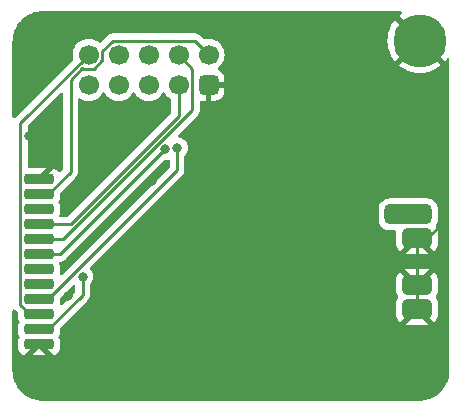
<source format=gbr>
%TF.GenerationSoftware,KiCad,Pcbnew,7.0.1-0*%
%TF.CreationDate,2023-08-23T15:05:40+02:00*%
%TF.ProjectId,ESP32SomfyPOE_bottom,45535033-3253-46f6-9d66-79504f455f62,rev?*%
%TF.SameCoordinates,Original*%
%TF.FileFunction,Copper,L2,Bot*%
%TF.FilePolarity,Positive*%
%FSLAX46Y46*%
G04 Gerber Fmt 4.6, Leading zero omitted, Abs format (unit mm)*
G04 Created by KiCad (PCBNEW 7.0.1-0) date 2023-08-23 15:05:40*
%MOMM*%
%LPD*%
G01*
G04 APERTURE LIST*
G04 Aperture macros list*
%AMRoundRect*
0 Rectangle with rounded corners*
0 $1 Rounding radius*
0 $2 $3 $4 $5 $6 $7 $8 $9 X,Y pos of 4 corners*
0 Add a 4 corners polygon primitive as box body*
4,1,4,$2,$3,$4,$5,$6,$7,$8,$9,$2,$3,0*
0 Add four circle primitives for the rounded corners*
1,1,$1+$1,$2,$3*
1,1,$1+$1,$4,$5*
1,1,$1+$1,$6,$7*
1,1,$1+$1,$8,$9*
0 Add four rect primitives between the rounded corners*
20,1,$1+$1,$2,$3,$4,$5,0*
20,1,$1+$1,$4,$5,$6,$7,0*
20,1,$1+$1,$6,$7,$8,$9,0*
20,1,$1+$1,$8,$9,$2,$3,0*%
G04 Aperture macros list end*
%TA.AperFunction,ComponentPad*%
%ADD10C,4.500000*%
%TD*%
%TA.AperFunction,SMDPad,CuDef*%
%ADD11RoundRect,0.225000X1.025000X-0.225000X1.025000X0.225000X-1.025000X0.225000X-1.025000X-0.225000X0*%
%TD*%
%TA.AperFunction,SMDPad,CuDef*%
%ADD12RoundRect,0.425000X1.575000X-0.425000X1.575000X0.425000X-1.575000X0.425000X-1.575000X-0.425000X0*%
%TD*%
%TA.AperFunction,SMDPad,CuDef*%
%ADD13RoundRect,0.425000X0.825000X-0.425000X0.825000X0.425000X-0.825000X0.425000X-0.825000X-0.425000X0*%
%TD*%
%TA.AperFunction,ComponentPad*%
%ADD14C,1.700000*%
%TD*%
%TA.AperFunction,ComponentPad*%
%ADD15RoundRect,0.425000X-0.425000X0.425000X-0.425000X-0.425000X0.425000X-0.425000X0.425000X0.425000X0*%
%TD*%
%TA.AperFunction,ViaPad*%
%ADD16C,0.800000*%
%TD*%
%TA.AperFunction,Conductor*%
%ADD17C,0.250000*%
%TD*%
G04 APERTURE END LIST*
D10*
%TO.P,H1,1,1*%
%TO.N,GND*%
X119500000Y-65850000D03*
%TD*%
D11*
%TO.P,E07-433M20S,1,GND*%
%TO.N,GND*%
X87249000Y-91567000D03*
%TO.P,E07-433M20S,2,MOSI*%
%TO.N,GPIO15*%
X87249000Y-90297000D03*
%TO.P,E07-433M20S,3,SCK*%
%TO.N,GPIO14*%
X87249000Y-89027000D03*
%TO.P,E07-433M20S,4,MISO*%
%TO.N,GPIO16*%
X87249000Y-87757000D03*
%TO.P,E07-433M20S,5,GDO2*%
%TO.N,unconnected-(U1-GDO2-Pad5)*%
X87249000Y-86487000D03*
%TO.P,E07-433M20S,6,GDO0*%
%TO.N,unconnected-(U1-GDO0-Pad6)*%
X87249000Y-85217000D03*
%TO.P,E07-433M20S,7,CSN*%
%TO.N,GPIO13*%
X87249000Y-83947000D03*
%TO.P,E07-433M20S,8,TX_EN*%
%TO.N,GPIO4*%
X87249000Y-82677000D03*
%TO.P,E07-433M20S,9,RX_EN*%
%TO.N,GPI36*%
X87249000Y-81407000D03*
%TO.P,E07-433M20S,10,NC*%
%TO.N,unconnected-(U1-NC-Pad10)*%
X87249000Y-80137000D03*
%TO.P,E07-433M20S,11,VCC*%
%TO.N,+3V3*%
X87249000Y-78867000D03*
%TO.P,E07-433M20S,12,GND*%
%TO.N,GND*%
X87249000Y-77597000D03*
D12*
%TO.P,E07-433M20S,13,ANT*%
%TO.N,unconnected-(U1-ANT-Pad13)*%
X118499000Y-80577000D03*
D13*
%TO.P,E07-433M20S,14,GND*%
%TO.N,GND*%
X119249000Y-82577000D03*
%TO.P,E07-433M20S,15,GND*%
X119249000Y-86577000D03*
%TO.P,E07-433M20S,16,GND*%
X119249000Y-88577000D03*
%TD*%
D14*
%TO.P,UEXT,1,3V3*%
%TO.N,+3V3*%
X101600000Y-67056000D03*
D15*
%TO.P,UEXT,2,GND*%
%TO.N,GND*%
X101600000Y-69596000D03*
D14*
%TO.P,UEXT,3,TXD*%
%TO.N,GPIO4*%
X99060000Y-67056000D03*
%TO.P,UEXT,4,RXD*%
%TO.N,GPI36*%
X99060000Y-69596000D03*
%TO.P,UEXT,5,SCL*%
%TO.N,GPIO16*%
X96520000Y-67056000D03*
%TO.P,UEXT,6,SDA*%
%TO.N,GPIO13*%
X96520000Y-69596000D03*
%TO.P,UEXT,7,MISO*%
%TO.N,GPIO15*%
X93980000Y-67056000D03*
%TO.P,UEXT,8,MOSI*%
%TO.N,GPIO2*%
X93980000Y-69596000D03*
%TO.P,UEXT,9,SCK*%
%TO.N,GPIO14*%
X91440000Y-67056000D03*
%TO.P,UEXT,10,~{SSEL}*%
%TO.N,GPIO5*%
X91440000Y-69596000D03*
%TD*%
D16*
%TO.N,GND*%
X92583000Y-81788000D03*
X96774000Y-77724000D03*
X117475000Y-71501000D03*
X89662000Y-87503000D03*
X113538000Y-88773000D03*
X92329000Y-74295000D03*
X118745000Y-71501000D03*
X95250000Y-87376000D03*
X112268000Y-88773000D03*
X86398500Y-73914000D03*
X112268000Y-87503000D03*
X118745000Y-72771000D03*
X96520000Y-87376000D03*
X95250000Y-88646000D03*
X113538000Y-87503000D03*
X117475000Y-72771000D03*
X96520000Y-88646000D03*
%TO.N,GPIO15*%
X90934208Y-85854208D03*
%TO.N,GPIO16*%
X98933000Y-74930000D03*
%TO.N,GPIO13*%
X97920604Y-75060604D03*
%TD*%
D17*
%TO.N,GND*%
X120115000Y-82577000D02*
X119249000Y-82577000D01*
X119249000Y-82577000D02*
X119249000Y-86577000D01*
X121750000Y-80942000D02*
X120115000Y-82577000D01*
X115754000Y-69596000D02*
X119500000Y-65850000D01*
X88265000Y-75780500D02*
X86398500Y-73914000D01*
X119500000Y-65850000D02*
X121750000Y-68100000D01*
X88265000Y-76581000D02*
X88265000Y-75780500D01*
X119249000Y-86577000D02*
X119249000Y-88577000D01*
X101600000Y-69596000D02*
X115754000Y-69596000D01*
X87249000Y-77597000D02*
X88265000Y-76581000D01*
X121750000Y-68100000D02*
X121750000Y-80942000D01*
%TO.N,GPIO15*%
X87249000Y-90297000D02*
X88006817Y-90297000D01*
X88006817Y-90297000D02*
X90934208Y-87369609D01*
X90934208Y-87369609D02*
X90934208Y-85854208D01*
%TO.N,GPIO14*%
X87249000Y-89027000D02*
X86491183Y-89027000D01*
X86491183Y-89027000D02*
X85674000Y-88209817D01*
X85674000Y-72822000D02*
X91440000Y-67056000D01*
X85674000Y-88209817D02*
X85674000Y-72822000D01*
%TO.N,GPIO16*%
X98933000Y-76830817D02*
X98933000Y-74930000D01*
X87249000Y-87757000D02*
X88006817Y-87757000D01*
X88006817Y-87757000D02*
X98933000Y-76830817D01*
%TO.N,GPIO13*%
X89034208Y-83947000D02*
X97920604Y-75060604D01*
X87249000Y-83947000D02*
X89034208Y-83947000D01*
%TO.N,GPIO4*%
X100235000Y-71721609D02*
X100235000Y-68231000D01*
X89279609Y-82677000D02*
X100235000Y-71721609D01*
X87249000Y-82677000D02*
X89279609Y-82677000D01*
X100235000Y-68231000D02*
X99060000Y-67056000D01*
%TO.N,GPI36*%
X89913213Y-81407000D02*
X87249000Y-81407000D01*
X99060000Y-69596000D02*
X99060000Y-72260213D01*
X99060000Y-72260213D02*
X89913213Y-81407000D01*
%TO.N,+3V3*%
X92615000Y-67542701D02*
X91926701Y-68231000D01*
X100425000Y-65881000D02*
X93493299Y-65881000D01*
X87249000Y-78867000D02*
X88011000Y-78867000D01*
X92615000Y-66759299D02*
X92615000Y-67542701D01*
X89916000Y-76957817D02*
X88006817Y-78867000D01*
X89916000Y-69216396D02*
X89916000Y-76957817D01*
X88006817Y-78867000D02*
X87249000Y-78867000D01*
X101600000Y-67056000D02*
X100425000Y-65881000D01*
X91926701Y-68231000D02*
X90953299Y-68231000D01*
X90927347Y-68205049D02*
X89916000Y-69216396D01*
X90953299Y-68231000D02*
X90927347Y-68205049D01*
X93493299Y-65881000D02*
X92615000Y-66759299D01*
%TD*%
%TA.AperFunction,Conductor*%
%TO.N,GND*%
G36*
X117930595Y-63369986D02*
G01*
X117975912Y-63414759D01*
X117993019Y-63476123D01*
X117977401Y-63537883D01*
X117939889Y-63576779D01*
X117940871Y-63578032D01*
X117739416Y-63735861D01*
X117739416Y-63735862D01*
X119500000Y-65496447D01*
X121614136Y-67610582D01*
X121614137Y-67610582D01*
X121767343Y-67415030D01*
X121769384Y-67411655D01*
X121771854Y-67409272D01*
X121771967Y-67409129D01*
X121771987Y-67409144D01*
X121815239Y-67367434D01*
X121876999Y-67351815D01*
X121938363Y-67368922D01*
X121983136Y-67414239D01*
X121999500Y-67475806D01*
X121999500Y-93741894D01*
X121996378Y-93757589D01*
X121996378Y-93793399D01*
X121996183Y-93800351D01*
X121982391Y-94045960D01*
X121982278Y-94047743D01*
X121979897Y-94081458D01*
X121978453Y-94093493D01*
X121955617Y-94227902D01*
X121955338Y-94229483D01*
X121928601Y-94375389D01*
X121925786Y-94387366D01*
X121887463Y-94520388D01*
X121886695Y-94522950D01*
X121843853Y-94660438D01*
X121840028Y-94671000D01*
X121786400Y-94800471D01*
X121784915Y-94803910D01*
X121726517Y-94933665D01*
X121721969Y-94942755D01*
X121653765Y-95066160D01*
X121651355Y-95070328D01*
X121578182Y-95191374D01*
X121573194Y-95198980D01*
X121491345Y-95314337D01*
X121487825Y-95319055D01*
X121400845Y-95430076D01*
X121395695Y-95436230D01*
X121301307Y-95541850D01*
X121296528Y-95546904D01*
X121196904Y-95646528D01*
X121191850Y-95651307D01*
X121086230Y-95745695D01*
X121080076Y-95750845D01*
X120969055Y-95837825D01*
X120964337Y-95841345D01*
X120848980Y-95923194D01*
X120841374Y-95928182D01*
X120720328Y-96001355D01*
X120716160Y-96003765D01*
X120592755Y-96071969D01*
X120583665Y-96076517D01*
X120453910Y-96134915D01*
X120450471Y-96136400D01*
X120321000Y-96190028D01*
X120310438Y-96193853D01*
X120172950Y-96236695D01*
X120170388Y-96237463D01*
X120037366Y-96275786D01*
X120025389Y-96278601D01*
X119879483Y-96305338D01*
X119877902Y-96305617D01*
X119745666Y-96328084D01*
X119732382Y-96329610D01*
X119562534Y-96339882D01*
X119562001Y-96339913D01*
X119457268Y-96345794D01*
X119450349Y-96346183D01*
X119443399Y-96346378D01*
X87553482Y-96346378D01*
X87546528Y-96346183D01*
X87434742Y-96339904D01*
X87434210Y-96339873D01*
X87264507Y-96329609D01*
X87251222Y-96328083D01*
X87118953Y-96305609D01*
X87117372Y-96305330D01*
X86971487Y-96278595D01*
X86959511Y-96275780D01*
X86826512Y-96237463D01*
X86823949Y-96236694D01*
X86686438Y-96193843D01*
X86675877Y-96190019D01*
X86546441Y-96136406D01*
X86543001Y-96134920D01*
X86413215Y-96076507D01*
X86404126Y-96071960D01*
X86280731Y-96003762D01*
X86276562Y-96001351D01*
X86155501Y-95928167D01*
X86147895Y-95923179D01*
X86032550Y-95841336D01*
X86027832Y-95837817D01*
X85916815Y-95750839D01*
X85910662Y-95745689D01*
X85805049Y-95651308D01*
X85799995Y-95646529D01*
X85700352Y-95546886D01*
X85695583Y-95541842D01*
X85647604Y-95488153D01*
X85601203Y-95436229D01*
X85596052Y-95430076D01*
X85509051Y-95319026D01*
X85505544Y-95314323D01*
X85423705Y-95198980D01*
X85418734Y-95191401D01*
X85345529Y-95070304D01*
X85343128Y-95066151D01*
X85274933Y-94942761D01*
X85270385Y-94933671D01*
X85270382Y-94933665D01*
X85211955Y-94803844D01*
X85210499Y-94800471D01*
X85156860Y-94670973D01*
X85153053Y-94660460D01*
X85110190Y-94522904D01*
X85109450Y-94520434D01*
X85071106Y-94387337D01*
X85068298Y-94375389D01*
X85041539Y-94229365D01*
X85041316Y-94228101D01*
X85018808Y-94095623D01*
X85017288Y-94082394D01*
X85007174Y-93915359D01*
X85000694Y-93799958D01*
X85000500Y-93793009D01*
X85000500Y-92516998D01*
X86652553Y-92516998D01*
X86652554Y-92516999D01*
X87845445Y-92516999D01*
X87845445Y-92516998D01*
X87249001Y-91920553D01*
X87249000Y-91920553D01*
X86652553Y-92516998D01*
X85000500Y-92516998D01*
X85000500Y-88727959D01*
X85019803Y-88661517D01*
X85071703Y-88615761D01*
X85140041Y-88604937D01*
X85203540Y-88632415D01*
X85248058Y-88669243D01*
X85256699Y-88677106D01*
X85462181Y-88882588D01*
X85489061Y-88922816D01*
X85498500Y-88970269D01*
X85498500Y-89300344D01*
X85508650Y-89399707D01*
X85544319Y-89507350D01*
X85561997Y-89560697D01*
X85578757Y-89587870D01*
X85584330Y-89596905D01*
X85602790Y-89662000D01*
X85584330Y-89727095D01*
X85561997Y-89763303D01*
X85508650Y-89924292D01*
X85498500Y-90023655D01*
X85498500Y-90570344D01*
X85508650Y-90669707D01*
X85561997Y-90830697D01*
X85584623Y-90867380D01*
X85603084Y-90932476D01*
X85584623Y-90997572D01*
X85562453Y-91033515D01*
X85509143Y-91194393D01*
X85499000Y-91293684D01*
X85499000Y-91840314D01*
X85509143Y-91939605D01*
X85562453Y-92100486D01*
X85651426Y-92244732D01*
X85771265Y-92364571D01*
X85915518Y-92453547D01*
X85985657Y-92476788D01*
X85985658Y-92476788D01*
X87161318Y-91301127D01*
X87216905Y-91269033D01*
X87281093Y-91269033D01*
X87336680Y-91301127D01*
X88512341Y-92476788D01*
X88582481Y-92453547D01*
X88726734Y-92364571D01*
X88846573Y-92244732D01*
X88935546Y-92100486D01*
X88988856Y-91939606D01*
X88998999Y-91840315D01*
X88998999Y-91293685D01*
X88988856Y-91194394D01*
X88935546Y-91033516D01*
X88913377Y-90997574D01*
X88894915Y-90932476D01*
X88913376Y-90867380D01*
X88936003Y-90830697D01*
X88989349Y-90669708D01*
X88999500Y-90570345D01*
X88999499Y-90240267D01*
X89008938Y-90192815D01*
X89035815Y-90152590D01*
X89271902Y-89916503D01*
X118263048Y-89916503D01*
X118278498Y-89920643D01*
X118359264Y-89927000D01*
X120138736Y-89927000D01*
X120219500Y-89920644D01*
X120234949Y-89916503D01*
X120234949Y-89916502D01*
X119249000Y-88930553D01*
X118263048Y-89916502D01*
X118263048Y-89916503D01*
X89271902Y-89916503D01*
X90121670Y-89066735D01*
X117499000Y-89066735D01*
X117505356Y-89147498D01*
X117555681Y-89335315D01*
X117643957Y-89508566D01*
X117766323Y-89659675D01*
X117791988Y-89680458D01*
X117791989Y-89680458D01*
X119161319Y-88311128D01*
X119216906Y-88279034D01*
X119281094Y-88279034D01*
X119336681Y-88311128D01*
X120706010Y-89680457D01*
X120706011Y-89680457D01*
X120731674Y-89659677D01*
X120854042Y-89508566D01*
X120942318Y-89335315D01*
X120992643Y-89147498D01*
X120999000Y-89066735D01*
X120999000Y-88087265D01*
X120992643Y-88006501D01*
X120942318Y-87818684D01*
X120848126Y-87633821D01*
X120850806Y-87632455D01*
X120837364Y-87604896D01*
X120837364Y-87549104D01*
X120850806Y-87521544D01*
X120848126Y-87520179D01*
X120942318Y-87335315D01*
X120992643Y-87147498D01*
X120999000Y-87066735D01*
X120999000Y-86087265D01*
X120992643Y-86006501D01*
X120942318Y-85818684D01*
X120854042Y-85645433D01*
X120731675Y-85494324D01*
X120706010Y-85473540D01*
X120706010Y-85473541D01*
X119336680Y-86842871D01*
X119281093Y-86874965D01*
X119216905Y-86874965D01*
X119161318Y-86842871D01*
X117791988Y-85473541D01*
X117791987Y-85473541D01*
X117766324Y-85494323D01*
X117643957Y-85645433D01*
X117555681Y-85818684D01*
X117505356Y-86006501D01*
X117499000Y-86087265D01*
X117499000Y-87066735D01*
X117505356Y-87147498D01*
X117555681Y-87335315D01*
X117649874Y-87520178D01*
X117647202Y-87521539D01*
X117660645Y-87549141D01*
X117660645Y-87604859D01*
X117647202Y-87632460D01*
X117649874Y-87633822D01*
X117555681Y-87818684D01*
X117505356Y-88006501D01*
X117499000Y-88087265D01*
X117499000Y-89066735D01*
X90121670Y-89066735D01*
X91317997Y-87870409D01*
X91334093Y-87857515D01*
X91336081Y-87855396D01*
X91336085Y-87855395D01*
X91382156Y-87806332D01*
X91384774Y-87803632D01*
X91404328Y-87784080D01*
X91406789Y-87780907D01*
X91414364Y-87772036D01*
X91444270Y-87740191D01*
X91453920Y-87722636D01*
X91464608Y-87706366D01*
X91476881Y-87690545D01*
X91494234Y-87650441D01*
X91499365Y-87639971D01*
X91520405Y-87601701D01*
X91525383Y-87582308D01*
X91531689Y-87563891D01*
X91538088Y-87549104D01*
X91539646Y-87545505D01*
X91546480Y-87502354D01*
X91548843Y-87490940D01*
X91559708Y-87448628D01*
X91559708Y-87428593D01*
X91561235Y-87409194D01*
X91564368Y-87389413D01*
X91560258Y-87345934D01*
X91559708Y-87334265D01*
X91559708Y-86552895D01*
X91567944Y-86508457D01*
X91591555Y-86469925D01*
X91666741Y-86386424D01*
X91761387Y-86222492D01*
X91819882Y-86042464D01*
X91839668Y-85854208D01*
X91819882Y-85665952D01*
X91789540Y-85572571D01*
X91761387Y-85485923D01*
X91666741Y-85321991D01*
X91590660Y-85237496D01*
X118263048Y-85237496D01*
X119249000Y-86223447D01*
X119249001Y-86223447D01*
X120234949Y-85237496D01*
X120234949Y-85237495D01*
X120219499Y-85233356D01*
X120138735Y-85227000D01*
X118359265Y-85227000D01*
X118278499Y-85233356D01*
X118263048Y-85237496D01*
X91590660Y-85237496D01*
X91590659Y-85237495D01*
X91584232Y-85230357D01*
X91555560Y-85175279D01*
X91557185Y-85113206D01*
X91588699Y-85059706D01*
X92731902Y-83916503D01*
X118263048Y-83916503D01*
X118278498Y-83920643D01*
X118359264Y-83927000D01*
X120138736Y-83927000D01*
X120219500Y-83920644D01*
X120234949Y-83916503D01*
X120234949Y-83916502D01*
X119249000Y-82930553D01*
X118263048Y-83916502D01*
X118263048Y-83916503D01*
X92731902Y-83916503D01*
X95581631Y-81066775D01*
X115998500Y-81066775D01*
X116004859Y-81147577D01*
X116055211Y-81335495D01*
X116055212Y-81335496D01*
X116143535Y-81508840D01*
X116265968Y-81660032D01*
X116417160Y-81782465D01*
X116590504Y-81870788D01*
X116778422Y-81921141D01*
X116859222Y-81927500D01*
X116859225Y-81927500D01*
X117377431Y-81927500D01*
X117442221Y-81945773D01*
X117487916Y-81995205D01*
X117501049Y-82061229D01*
X117499000Y-82087265D01*
X117499000Y-83066735D01*
X117505356Y-83147498D01*
X117555681Y-83335315D01*
X117643957Y-83508566D01*
X117766323Y-83659675D01*
X117791988Y-83680458D01*
X117791989Y-83680458D01*
X119161319Y-82311128D01*
X119216906Y-82279034D01*
X119281094Y-82279034D01*
X119336681Y-82311128D01*
X120706010Y-83680457D01*
X120706011Y-83680457D01*
X120731674Y-83659677D01*
X120854042Y-83508566D01*
X120942318Y-83335315D01*
X120992643Y-83147498D01*
X120999000Y-83066735D01*
X120999000Y-82087265D01*
X120992643Y-82006501D01*
X120942318Y-81818684D01*
X120848126Y-81633822D01*
X120850924Y-81632396D01*
X120837725Y-81605470D01*
X120837672Y-81549557D01*
X120851208Y-81521808D01*
X120848548Y-81520453D01*
X120864906Y-81488348D01*
X120942788Y-81335496D01*
X120993141Y-81147578D01*
X120999500Y-81066778D01*
X120999500Y-80087222D01*
X120993141Y-80006422D01*
X120942788Y-79818504D01*
X120854465Y-79645160D01*
X120732032Y-79493968D01*
X120580840Y-79371535D01*
X120580839Y-79371534D01*
X120407495Y-79283211D01*
X120269930Y-79246350D01*
X120219578Y-79232859D01*
X120138778Y-79226500D01*
X116859222Y-79226500D01*
X116778421Y-79232859D01*
X116778422Y-79232859D01*
X116590504Y-79283211D01*
X116417159Y-79371535D01*
X116265968Y-79493968D01*
X116143535Y-79645159D01*
X116055211Y-79818504D01*
X116004859Y-80006422D01*
X115998500Y-80087225D01*
X115998500Y-81066775D01*
X95581631Y-81066775D01*
X99316789Y-77331617D01*
X99332885Y-77318723D01*
X99334873Y-77316604D01*
X99334877Y-77316603D01*
X99380948Y-77267540D01*
X99383566Y-77264840D01*
X99403120Y-77245288D01*
X99405581Y-77242115D01*
X99413156Y-77233244D01*
X99443062Y-77201399D01*
X99452717Y-77183835D01*
X99463394Y-77167581D01*
X99475673Y-77151753D01*
X99493018Y-77111669D01*
X99498160Y-77101173D01*
X99503979Y-77090589D01*
X99519197Y-77062909D01*
X99524179Y-77043501D01*
X99530481Y-77025097D01*
X99538437Y-77006713D01*
X99545269Y-76963569D01*
X99547633Y-76952155D01*
X99558500Y-76909836D01*
X99558500Y-76889801D01*
X99560027Y-76870402D01*
X99560068Y-76870138D01*
X99563160Y-76850621D01*
X99559050Y-76807142D01*
X99558500Y-76795473D01*
X99558500Y-75628687D01*
X99566736Y-75584249D01*
X99590347Y-75545717D01*
X99665533Y-75462216D01*
X99760179Y-75298284D01*
X99818674Y-75118256D01*
X99838460Y-74930000D01*
X99818674Y-74741744D01*
X99760179Y-74561716D01*
X99760179Y-74561715D01*
X99665533Y-74397783D01*
X99538870Y-74257110D01*
X99385730Y-74145848D01*
X99212802Y-74068855D01*
X99072941Y-74039127D01*
X99014551Y-74008893D01*
X98979828Y-73953055D01*
X98978537Y-73887314D01*
X99011039Y-73830158D01*
X100618786Y-72222411D01*
X100634887Y-72209513D01*
X100636874Y-72207396D01*
X100636877Y-72207395D01*
X100682932Y-72158350D01*
X100685613Y-72155585D01*
X100705120Y-72136079D01*
X100707581Y-72132904D01*
X100715152Y-72124040D01*
X100745062Y-72092191D01*
X100754713Y-72074635D01*
X100765393Y-72058376D01*
X100777674Y-72042545D01*
X100795018Y-72002460D01*
X100800160Y-71991965D01*
X100821197Y-71953701D01*
X100826178Y-71934297D01*
X100832480Y-71915892D01*
X100840438Y-71897504D01*
X100847270Y-71854357D01*
X100849639Y-71842925D01*
X100860500Y-71800629D01*
X100860500Y-71780593D01*
X100862027Y-71761194D01*
X100865160Y-71741413D01*
X100861050Y-71697934D01*
X100860500Y-71686265D01*
X100860500Y-71055960D01*
X100873288Y-71001116D01*
X100909015Y-70957583D01*
X100960311Y-70934342D01*
X101016596Y-70936186D01*
X101029499Y-70939643D01*
X101110265Y-70946000D01*
X101350000Y-70946000D01*
X101350000Y-69846000D01*
X101850000Y-69846000D01*
X101850000Y-70946000D01*
X102089735Y-70946000D01*
X102170498Y-70939643D01*
X102358315Y-70889318D01*
X102531566Y-70801042D01*
X102682675Y-70678675D01*
X102805042Y-70527566D01*
X102893318Y-70354315D01*
X102943643Y-70166498D01*
X102950000Y-70085735D01*
X102950000Y-69846000D01*
X101850000Y-69846000D01*
X101350000Y-69846000D01*
X101350000Y-69470000D01*
X101366613Y-69408000D01*
X101412000Y-69362613D01*
X101474000Y-69346000D01*
X102950000Y-69346000D01*
X102950000Y-69106265D01*
X102943643Y-69025501D01*
X102893318Y-68837684D01*
X102805042Y-68664433D01*
X102682675Y-68513324D01*
X102531566Y-68390957D01*
X102435554Y-68342037D01*
X102388447Y-68299992D01*
X102368151Y-68240201D01*
X102379929Y-68178168D01*
X102420723Y-68129979D01*
X102471401Y-68094495D01*
X102601758Y-67964138D01*
X117739416Y-67964138D01*
X117934960Y-68117338D01*
X118219681Y-68289456D01*
X118523053Y-68425994D01*
X118840673Y-68524968D01*
X119167917Y-68584938D01*
X119500000Y-68605026D01*
X119832082Y-68584938D01*
X120159326Y-68524968D01*
X120476946Y-68425994D01*
X120780318Y-68289456D01*
X121065033Y-68117341D01*
X121260582Y-67964137D01*
X121260582Y-67964136D01*
X119500001Y-66203553D01*
X119500000Y-66203553D01*
X117739416Y-67964136D01*
X117739416Y-67964138D01*
X102601758Y-67964138D01*
X102638495Y-67927401D01*
X102774035Y-67733830D01*
X102873903Y-67519663D01*
X102935063Y-67291408D01*
X102955659Y-67056000D01*
X102935063Y-66820592D01*
X102873903Y-66592337D01*
X102774035Y-66378171D01*
X102638495Y-66184599D01*
X102471401Y-66017505D01*
X102277830Y-65881965D01*
X102209281Y-65850000D01*
X116744973Y-65850000D01*
X116765061Y-66182082D01*
X116825031Y-66509326D01*
X116924005Y-66826946D01*
X117060543Y-67130318D01*
X117232657Y-67415033D01*
X117385862Y-67610582D01*
X119146446Y-65850000D01*
X119146446Y-65849998D01*
X117385862Y-64089416D01*
X117385861Y-64089416D01*
X117232657Y-64284966D01*
X117060543Y-64569681D01*
X116924005Y-64873053D01*
X116825031Y-65190673D01*
X116765061Y-65517917D01*
X116744973Y-65850000D01*
X102209281Y-65850000D01*
X102063663Y-65782097D01*
X101980777Y-65759888D01*
X101835407Y-65720936D01*
X101600000Y-65700340D01*
X101364591Y-65720936D01*
X101264125Y-65747855D01*
X101199939Y-65747855D01*
X101144352Y-65715761D01*
X100925802Y-65497211D01*
X100912906Y-65481113D01*
X100861775Y-65433098D01*
X100858978Y-65430387D01*
X100839470Y-65410879D01*
X100836290Y-65408412D01*
X100827424Y-65400839D01*
X100795582Y-65370938D01*
X100778024Y-65361285D01*
X100761764Y-65350604D01*
X100745936Y-65338327D01*
X100705851Y-65320980D01*
X100695361Y-65315841D01*
X100657091Y-65294802D01*
X100637691Y-65289821D01*
X100619284Y-65283519D01*
X100600897Y-65275562D01*
X100557758Y-65268729D01*
X100546324Y-65266361D01*
X100504019Y-65255500D01*
X100483984Y-65255500D01*
X100464586Y-65253973D01*
X100457162Y-65252797D01*
X100444805Y-65250840D01*
X100444804Y-65250840D01*
X100418484Y-65253328D01*
X100401325Y-65254950D01*
X100389656Y-65255500D01*
X93576039Y-65255500D01*
X93555535Y-65253236D01*
X93485443Y-65255439D01*
X93481549Y-65255500D01*
X93453947Y-65255500D01*
X93449952Y-65256004D01*
X93438328Y-65256918D01*
X93394667Y-65258290D01*
X93375428Y-65263880D01*
X93356379Y-65267825D01*
X93336507Y-65270335D01*
X93295892Y-65286415D01*
X93284848Y-65290196D01*
X93242910Y-65302382D01*
X93225663Y-65312581D01*
X93208199Y-65321136D01*
X93189566Y-65328514D01*
X93154225Y-65354189D01*
X93144467Y-65360599D01*
X93106878Y-65382829D01*
X93092709Y-65396998D01*
X93077921Y-65409628D01*
X93061712Y-65421405D01*
X93033871Y-65455058D01*
X93026010Y-65463696D01*
X92479482Y-66010224D01*
X92423895Y-66042318D01*
X92359707Y-66042318D01*
X92322366Y-66020758D01*
X92320287Y-66023728D01*
X92311404Y-66017508D01*
X92311401Y-66017505D01*
X92117830Y-65881965D01*
X91903663Y-65782097D01*
X91820777Y-65759888D01*
X91675407Y-65720936D01*
X91440000Y-65700340D01*
X91204592Y-65720936D01*
X90976336Y-65782097D01*
X90762170Y-65881965D01*
X90568598Y-66017505D01*
X90401505Y-66184598D01*
X90265965Y-66378170D01*
X90166097Y-66592336D01*
X90104936Y-66820592D01*
X90084340Y-67055999D01*
X90104936Y-67291408D01*
X90131855Y-67391873D01*
X90131855Y-67456059D01*
X90099761Y-67511646D01*
X85290208Y-72321199D01*
X85274110Y-72334096D01*
X85226096Y-72385225D01*
X85223391Y-72388016D01*
X85212185Y-72399223D01*
X85162822Y-72429476D01*
X85105105Y-72434020D01*
X85051616Y-72411865D01*
X85014016Y-72367842D01*
X85000500Y-72311546D01*
X85000500Y-65906600D01*
X85000695Y-65899650D01*
X85001688Y-65881964D01*
X85006982Y-65787675D01*
X85017269Y-65617583D01*
X85018788Y-65604363D01*
X85041296Y-65471881D01*
X85041503Y-65470711D01*
X85068279Y-65324594D01*
X85071089Y-65312640D01*
X85109442Y-65179511D01*
X85110144Y-65177170D01*
X85153028Y-65039548D01*
X85156841Y-65029015D01*
X85210535Y-64899382D01*
X85211891Y-64896244D01*
X85270381Y-64766281D01*
X85274887Y-64757276D01*
X85343137Y-64633784D01*
X85345505Y-64629692D01*
X85418709Y-64508595D01*
X85423660Y-64501043D01*
X85505560Y-64385615D01*
X85509029Y-64380965D01*
X85596060Y-64269876D01*
X85601160Y-64263785D01*
X85695571Y-64158138D01*
X85700297Y-64153137D01*
X85800024Y-64053410D01*
X85805022Y-64048686D01*
X85910662Y-63954279D01*
X85916759Y-63949175D01*
X86027869Y-63862125D01*
X86032512Y-63858663D01*
X86147906Y-63776787D01*
X86155474Y-63771823D01*
X86276584Y-63698609D01*
X86280648Y-63696258D01*
X86404146Y-63628003D01*
X86413204Y-63623472D01*
X86542999Y-63565055D01*
X86546296Y-63563630D01*
X86675918Y-63509938D01*
X86686405Y-63506142D01*
X86824116Y-63463229D01*
X86826326Y-63462566D01*
X86959519Y-63424194D01*
X86971476Y-63421383D01*
X87117532Y-63394617D01*
X87118780Y-63394397D01*
X87251223Y-63371894D01*
X87264475Y-63370373D01*
X87437806Y-63359900D01*
X87534007Y-63354497D01*
X87546127Y-63353817D01*
X87553079Y-63353622D01*
X117869028Y-63353622D01*
X117930595Y-63369986D01*
G37*
%TD.AperFunction*%
%TA.AperFunction,Conductor*%
G36*
X90257593Y-86538742D02*
G01*
X90295193Y-86582765D01*
X90308708Y-86639060D01*
X90308708Y-87059157D01*
X90299269Y-87106610D01*
X90272389Y-87146838D01*
X89201657Y-88217568D01*
X89149885Y-88248574D01*
X89089608Y-88251469D01*
X89035102Y-88225569D01*
X88999277Y-88177007D01*
X88990618Y-88117285D01*
X88993685Y-88087265D01*
X88999500Y-88030345D01*
X88999499Y-87700267D01*
X89008938Y-87652815D01*
X89035815Y-87612590D01*
X90097027Y-86551379D01*
X90146390Y-86521129D01*
X90204106Y-86516587D01*
X90257593Y-86538742D01*
G37*
%TD.AperFunction*%
%TA.AperFunction,Conductor*%
G36*
X98212447Y-75931538D02*
G01*
X98261536Y-75955746D01*
X98295421Y-75998729D01*
X98307500Y-76052112D01*
X98307500Y-76520364D01*
X98298061Y-76567817D01*
X98271181Y-76608045D01*
X89201657Y-85677567D01*
X89149885Y-85708573D01*
X89089608Y-85711468D01*
X89035102Y-85685568D01*
X88999277Y-85637005D01*
X88990618Y-85577283D01*
X88999500Y-85490345D01*
X88999499Y-84943656D01*
X88989349Y-84844292D01*
X88989349Y-84844290D01*
X88953301Y-84735503D01*
X88948450Y-84677636D01*
X88970477Y-84623907D01*
X89014552Y-84586097D01*
X89065840Y-84573744D01*
X89065807Y-84573480D01*
X89068188Y-84573178D01*
X89071007Y-84572500D01*
X89073557Y-84572500D01*
X89073558Y-84572500D01*
X89077527Y-84571998D01*
X89089173Y-84571080D01*
X89132835Y-84569709D01*
X89152067Y-84564120D01*
X89171126Y-84560174D01*
X89177404Y-84559381D01*
X89191000Y-84557664D01*
X89231615Y-84541582D01*
X89242652Y-84537803D01*
X89284598Y-84525618D01*
X89301837Y-84515422D01*
X89319310Y-84506862D01*
X89337940Y-84499486D01*
X89373272Y-84473814D01*
X89383038Y-84467400D01*
X89420626Y-84445171D01*
X89420625Y-84445171D01*
X89420628Y-84445170D01*
X89434793Y-84431004D01*
X89449581Y-84418373D01*
X89465795Y-84406594D01*
X89493646Y-84372926D01*
X89501487Y-84364309D01*
X97868374Y-75997423D01*
X97908603Y-75970543D01*
X97956056Y-75961104D01*
X98015252Y-75961104D01*
X98157719Y-75930822D01*
X98212447Y-75931538D01*
G37*
%TD.AperFunction*%
%TA.AperFunction,Conductor*%
G36*
X97847257Y-70242975D02*
G01*
X97891573Y-70281839D01*
X98021505Y-70467401D01*
X98188599Y-70634495D01*
X98381625Y-70769653D01*
X98420489Y-70813970D01*
X98434500Y-70871227D01*
X98434500Y-71949760D01*
X98425061Y-71997213D01*
X98398181Y-72037441D01*
X89690441Y-80745181D01*
X89650213Y-80772061D01*
X89602760Y-80781500D01*
X89071007Y-80781500D01*
X89014552Y-80767903D01*
X88970477Y-80730093D01*
X88948450Y-80676364D01*
X88953301Y-80618497D01*
X88989349Y-80509709D01*
X88990210Y-80501280D01*
X88999500Y-80410345D01*
X88999499Y-79863656D01*
X88989349Y-79764292D01*
X88936003Y-79603303D01*
X88913670Y-79567095D01*
X88895209Y-79501997D01*
X88913672Y-79436900D01*
X88936003Y-79400697D01*
X88989349Y-79239708D01*
X88999500Y-79140345D01*
X88999499Y-78810268D01*
X89008938Y-78762816D01*
X89035815Y-78722591D01*
X90299789Y-77458617D01*
X90315885Y-77445723D01*
X90317873Y-77443604D01*
X90317877Y-77443603D01*
X90363948Y-77394540D01*
X90366566Y-77391840D01*
X90386120Y-77372288D01*
X90388581Y-77369115D01*
X90396156Y-77360244D01*
X90426062Y-77328399D01*
X90435717Y-77310835D01*
X90446394Y-77294581D01*
X90458673Y-77278753D01*
X90476018Y-77238669D01*
X90481160Y-77228173D01*
X90502197Y-77189909D01*
X90507179Y-77170501D01*
X90513481Y-77152097D01*
X90521437Y-77133713D01*
X90528269Y-77090569D01*
X90530633Y-77079155D01*
X90541500Y-77036836D01*
X90541500Y-77016800D01*
X90543027Y-76997401D01*
X90546160Y-76977621D01*
X90542050Y-76934145D01*
X90541500Y-76922475D01*
X90541500Y-70853722D01*
X90559491Y-70789394D01*
X90608243Y-70743733D01*
X90673610Y-70729987D01*
X90736623Y-70752147D01*
X90762168Y-70770034D01*
X90762169Y-70770034D01*
X90762170Y-70770035D01*
X90976337Y-70869903D01*
X91204592Y-70931063D01*
X91440000Y-70951659D01*
X91675408Y-70931063D01*
X91903663Y-70869903D01*
X92117830Y-70770035D01*
X92311401Y-70634495D01*
X92478495Y-70467401D01*
X92608426Y-70281839D01*
X92652743Y-70242975D01*
X92710000Y-70228964D01*
X92767257Y-70242975D01*
X92811573Y-70281839D01*
X92941505Y-70467401D01*
X93108599Y-70634495D01*
X93302170Y-70770035D01*
X93516337Y-70869903D01*
X93744592Y-70931063D01*
X93980000Y-70951659D01*
X94215408Y-70931063D01*
X94443663Y-70869903D01*
X94657830Y-70770035D01*
X94851401Y-70634495D01*
X95018495Y-70467401D01*
X95148426Y-70281839D01*
X95192743Y-70242975D01*
X95250000Y-70228964D01*
X95307257Y-70242975D01*
X95351573Y-70281839D01*
X95481505Y-70467401D01*
X95648599Y-70634495D01*
X95842170Y-70770035D01*
X96056337Y-70869903D01*
X96284592Y-70931063D01*
X96520000Y-70951659D01*
X96755408Y-70931063D01*
X96983663Y-70869903D01*
X97197830Y-70770035D01*
X97391401Y-70634495D01*
X97558495Y-70467401D01*
X97688426Y-70281839D01*
X97732743Y-70242975D01*
X97790000Y-70228964D01*
X97847257Y-70242975D01*
G37*
%TD.AperFunction*%
%TA.AperFunction,Conductor*%
G36*
X89239385Y-70289135D02*
G01*
X89276985Y-70333158D01*
X89290500Y-70389453D01*
X89290500Y-76647364D01*
X89281061Y-76694817D01*
X89254183Y-76735042D01*
X89193753Y-76795473D01*
X89042684Y-76946541D01*
X88995713Y-76975986D01*
X88940606Y-76982020D01*
X88888376Y-76963438D01*
X88849463Y-76923954D01*
X88846570Y-76919264D01*
X88726732Y-76799426D01*
X88582487Y-76710454D01*
X88512342Y-76687209D01*
X88512340Y-76687210D01*
X87336680Y-77862871D01*
X87281093Y-77894965D01*
X87216905Y-77894965D01*
X87161318Y-77862871D01*
X86983127Y-77684680D01*
X86951033Y-77629093D01*
X86951033Y-77564905D01*
X86983127Y-77509318D01*
X87845444Y-76647000D01*
X86423500Y-76647001D01*
X86361500Y-76630388D01*
X86316113Y-76585001D01*
X86299500Y-76523001D01*
X86299500Y-73132452D01*
X86308939Y-73084999D01*
X86335819Y-73044771D01*
X89078819Y-70301772D01*
X89128182Y-70271522D01*
X89185898Y-70266980D01*
X89239385Y-70289135D01*
G37*
%TD.AperFunction*%
%TD*%
M02*

</source>
